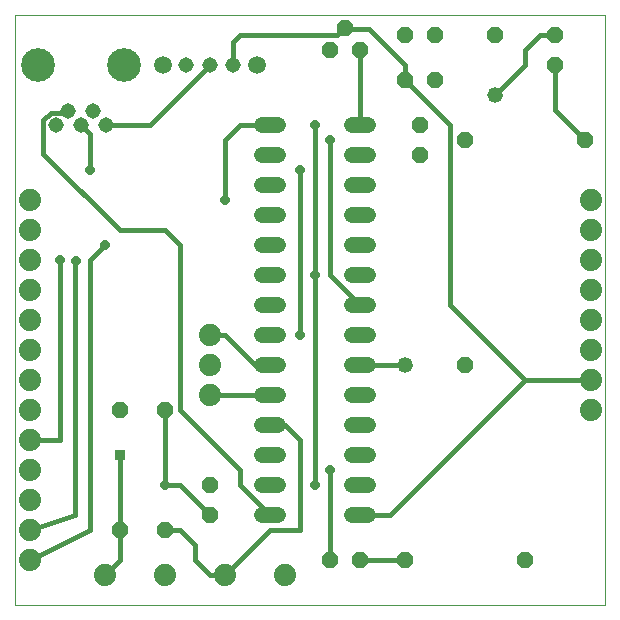
<source format=gtl>
G75*
%MOIN*%
%OFA0B0*%
%FSLAX25Y25*%
%IPPOS*%
%LPD*%
%AMOC8*
5,1,8,0,0,1.08239X$1,22.5*
%
%ADD10C,0.00000*%
%ADD11OC8,0.05200*%
%ADD12C,0.05200*%
%ADD13C,0.05150*%
%ADD14C,0.11220*%
%ADD15C,0.05200*%
%ADD16C,0.07400*%
%ADD17C,0.05937*%
%ADD18C,0.01600*%
%ADD19OC8,0.03169*%
%ADD20R,0.03169X0.03169*%
D10*
X0001800Y0001800D02*
X0001800Y0198650D01*
X0198650Y0198650D01*
X0198650Y0001800D01*
X0001800Y0001800D01*
D11*
X0036800Y0026800D03*
X0051800Y0026800D03*
X0066800Y0031800D03*
X0066800Y0041800D03*
X0051800Y0066800D03*
X0036800Y0066800D03*
X0106800Y0016800D03*
X0116800Y0016800D03*
X0131800Y0016800D03*
X0171800Y0016800D03*
X0151800Y0081800D03*
X0136800Y0151800D03*
X0136800Y0161800D03*
X0131800Y0176800D03*
X0141800Y0176800D03*
X0141800Y0191800D03*
X0131800Y0191800D03*
X0116800Y0186800D03*
X0111800Y0194300D03*
X0106800Y0186800D03*
X0151800Y0156800D03*
X0181800Y0181800D03*
X0181800Y0191800D03*
X0161800Y0191800D03*
X0191800Y0156800D03*
D12*
X0161800Y0171800D03*
X0131800Y0081800D03*
D13*
X0032099Y0161721D03*
X0027950Y0166446D03*
X0023800Y0161721D03*
X0019650Y0166446D03*
X0015501Y0161721D03*
X0058926Y0181800D03*
X0066800Y0181800D03*
X0074674Y0181800D03*
D14*
X0038170Y0181800D03*
X0009430Y0181800D03*
D15*
X0084200Y0161800D02*
X0089400Y0161800D01*
X0089400Y0151800D02*
X0084200Y0151800D01*
X0084200Y0141800D02*
X0089400Y0141800D01*
X0089400Y0131800D02*
X0084200Y0131800D01*
X0084200Y0121800D02*
X0089400Y0121800D01*
X0089400Y0111800D02*
X0084200Y0111800D01*
X0084200Y0101800D02*
X0089400Y0101800D01*
X0089400Y0091800D02*
X0084200Y0091800D01*
X0084200Y0081800D02*
X0089400Y0081800D01*
X0089400Y0071800D02*
X0084200Y0071800D01*
X0084200Y0061800D02*
X0089400Y0061800D01*
X0089400Y0051800D02*
X0084200Y0051800D01*
X0084200Y0041800D02*
X0089400Y0041800D01*
X0089400Y0031800D02*
X0084200Y0031800D01*
X0114200Y0031800D02*
X0119400Y0031800D01*
X0119400Y0041800D02*
X0114200Y0041800D01*
X0114200Y0051800D02*
X0119400Y0051800D01*
X0119400Y0061800D02*
X0114200Y0061800D01*
X0114200Y0071800D02*
X0119400Y0071800D01*
X0119400Y0081800D02*
X0114200Y0081800D01*
X0114200Y0091800D02*
X0119400Y0091800D01*
X0119400Y0101800D02*
X0114200Y0101800D01*
X0114200Y0111800D02*
X0119400Y0111800D01*
X0119400Y0121800D02*
X0114200Y0121800D01*
X0114200Y0131800D02*
X0119400Y0131800D01*
X0119400Y0141800D02*
X0114200Y0141800D01*
X0114200Y0151800D02*
X0119400Y0151800D01*
X0119400Y0161800D02*
X0114200Y0161800D01*
D16*
X0066800Y0091800D03*
X0066800Y0081800D03*
X0066800Y0071800D03*
X0071800Y0011800D03*
X0051800Y0011800D03*
X0031800Y0011800D03*
X0006800Y0016800D03*
X0006800Y0026800D03*
X0006800Y0036800D03*
X0006800Y0046800D03*
X0006800Y0056800D03*
X0006800Y0066800D03*
X0006800Y0076800D03*
X0006800Y0086800D03*
X0006800Y0096800D03*
X0006800Y0106800D03*
X0006800Y0116800D03*
X0006800Y0126800D03*
X0006800Y0136800D03*
X0091800Y0011800D03*
X0193800Y0066800D03*
X0193800Y0076800D03*
X0193800Y0086800D03*
X0193800Y0096800D03*
X0193800Y0106800D03*
X0193800Y0116800D03*
X0193800Y0126800D03*
X0193800Y0136800D03*
D17*
X0082548Y0181800D03*
X0051052Y0181800D03*
D18*
X0066800Y0181800D02*
X0046721Y0161721D01*
X0032099Y0161721D01*
X0026800Y0158721D02*
X0026800Y0146800D01*
X0026800Y0158721D02*
X0023800Y0161721D01*
X0019650Y0166446D02*
X0018101Y0165896D01*
X0013772Y0165896D01*
X0011326Y0163451D01*
X0011326Y0152274D01*
X0036800Y0126800D01*
X0051800Y0126800D01*
X0056800Y0121800D01*
X0056800Y0066800D01*
X0076800Y0046800D01*
X0076800Y0041800D01*
X0086800Y0031800D01*
X0086800Y0026800D02*
X0071800Y0011800D01*
X0066800Y0011800D01*
X0061800Y0016800D01*
X0061800Y0021800D01*
X0056800Y0026800D01*
X0051800Y0026800D01*
X0051800Y0041800D02*
X0051800Y0066800D01*
X0066800Y0071800D02*
X0086800Y0071800D01*
X0086800Y0081800D02*
X0081800Y0081800D01*
X0071800Y0091800D01*
X0066800Y0091800D01*
X0096800Y0091800D02*
X0096800Y0146800D01*
X0106800Y0156800D02*
X0106800Y0111800D01*
X0116800Y0101800D01*
X0101800Y0111800D02*
X0101800Y0161800D01*
X0086800Y0161800D02*
X0076800Y0161800D01*
X0071800Y0156800D01*
X0071800Y0136800D01*
X0101800Y0111800D02*
X0101800Y0041800D01*
X0106800Y0046800D02*
X0106800Y0016800D01*
X0116800Y0016800D02*
X0131800Y0016800D01*
X0126800Y0031800D02*
X0171800Y0076800D01*
X0146800Y0101800D01*
X0146800Y0161800D01*
X0131800Y0176800D01*
X0131800Y0181800D01*
X0119750Y0193850D01*
X0111350Y0193850D01*
X0109300Y0191800D01*
X0076800Y0191800D01*
X0074674Y0189674D01*
X0074674Y0181800D01*
X0116800Y0186800D02*
X0116800Y0161800D01*
X0161800Y0171800D02*
X0171800Y0181800D01*
X0171800Y0186800D01*
X0176800Y0191800D01*
X0181800Y0191800D01*
X0181800Y0181800D02*
X0181800Y0166800D01*
X0191800Y0156800D01*
X0131800Y0081800D02*
X0116800Y0081800D01*
X0096800Y0056800D02*
X0096800Y0026800D01*
X0086800Y0026800D01*
X0066800Y0031800D02*
X0056800Y0041800D01*
X0051800Y0041800D01*
X0036800Y0051800D02*
X0036800Y0026800D01*
X0036800Y0016800D01*
X0031800Y0011800D01*
X0026800Y0026800D02*
X0026800Y0116800D01*
X0031800Y0121800D01*
X0022216Y0116384D02*
X0021800Y0116800D01*
X0021800Y0031800D01*
X0006800Y0026800D01*
X0006800Y0016800D02*
X0026800Y0026800D01*
X0016800Y0056800D02*
X0006800Y0056800D01*
X0016800Y0056800D02*
X0016800Y0116800D01*
X0086800Y0061800D02*
X0091800Y0061800D01*
X0096800Y0056800D01*
X0116800Y0031800D02*
X0126800Y0031800D01*
X0171800Y0076800D02*
X0193800Y0076800D01*
D19*
X0106800Y0046800D03*
X0101800Y0041800D03*
X0051800Y0041800D03*
X0096800Y0091800D03*
X0101800Y0111800D03*
X0071800Y0136800D03*
X0096800Y0146800D03*
X0106800Y0156800D03*
X0101800Y0161800D03*
X0031800Y0121800D03*
X0022216Y0116384D03*
X0016800Y0116800D03*
X0026800Y0146800D03*
D20*
X0036800Y0051800D03*
M02*

</source>
